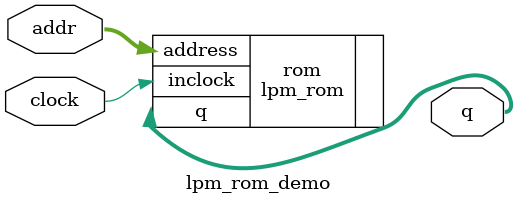
<source format=v>
module lpm_rom_demo (
	input 	[7:0] 	addr,
	input 				clock,
	output 	[15:0] 	q);
	
	lpm_rom rom (
		.address		(addr),
		.inclock		(clock),
		.q				(q)
	);
	defparam rom.lpm_width = 16;
	defparam rom.lpm_widthad = 8;
	defparam rom.lpm_outdata = "UNREGISTERED";
	defparam rom.lpm_file = "rom_contents.mif";
	
endmodule

</source>
